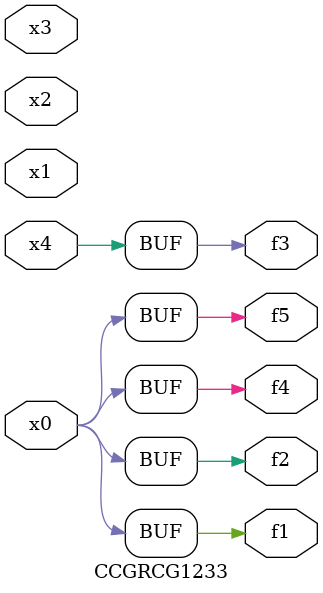
<source format=v>
module CCGRCG1233(
	input x0, x1, x2, x3, x4,
	output f1, f2, f3, f4, f5
);
	assign f1 = x0;
	assign f2 = x0;
	assign f3 = x4;
	assign f4 = x0;
	assign f5 = x0;
endmodule

</source>
